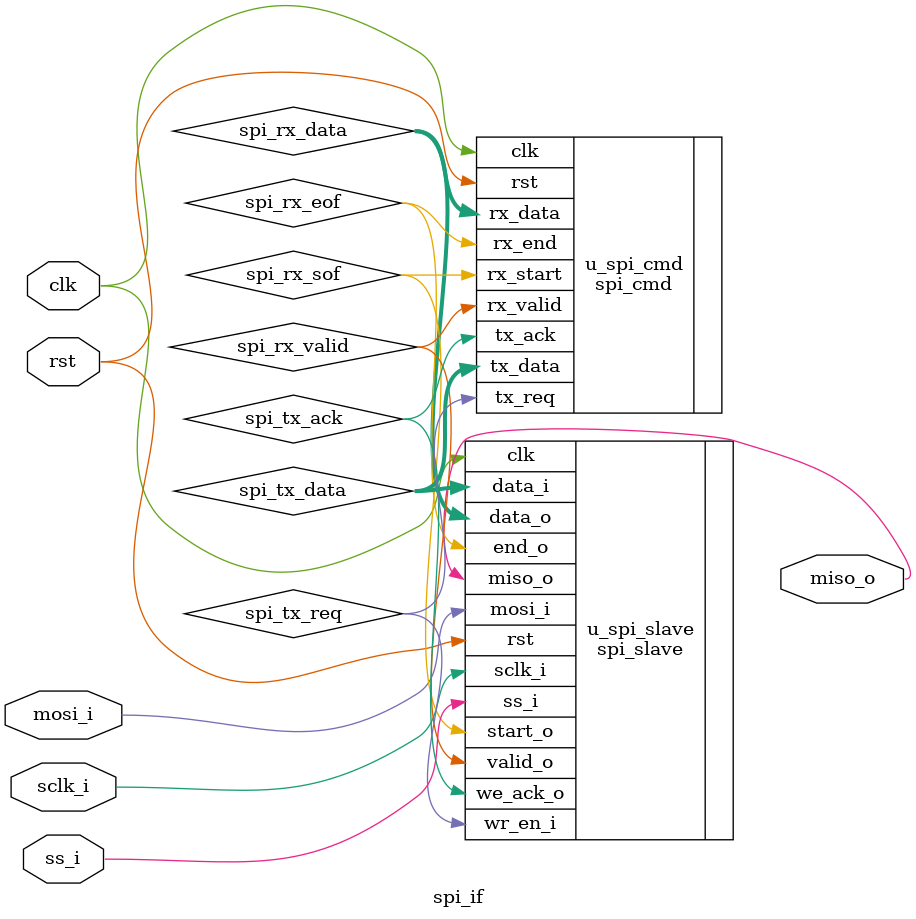
<source format=v>
`timescale 1ns / 1ps
module spi_if #(
    parameter		BUS_DATA_WIDTH              =   8
	 )(
	 input										    rst,
	 input										    clk,
	 
	 input										    ss_i,
	 input										    sclk_i,
	 input										    mosi_i,
	 output										    miso_o
	 );
	 
	 wire											spi_tx_req;
	 wire           [BUS_DATA_WIDTH-1:0]			spi_tx_data;
	 wire											spi_tx_ack;
	 
	 wire											spi_rx_sof;
	 wire											spi_rx_eof;
	 wire											spi_rx_valid;
	 wire           [BUS_DATA_WIDTH-1:0]			spi_rx_data;
	 
spi_slave u_spi_slave
(
	.clk                                            ( clk ),
	.rst                                            ( rst ),
	.data_i                                         ( spi_tx_data ),	
	.wr_en_i                                        ( spi_tx_req ),
	.we_ack_o                                       ( spi_tx_ack ),	
	
	.data_o                                         ( spi_rx_data ),
	.valid_o                                        ( spi_rx_valid ),
	.start_o                                        ( spi_rx_sof ),
	.end_o                                          ( spi_rx_eof ),
		
	.ss_i                                           ( ss_i ),
	.sclk_i                                         ( sclk_i ),
	.mosi_i                                         ( mosi_i ),
	.miso_o                                         ( miso_o )
);
	 
spi_cmd #(
	.BUS_DATA_WIDTH                                 ( BUS_DATA_WIDTH )
	 )
u_spi_cmd
(
	.clk                                            ( clk ),
	.rst                                            ( rst ),
	.rx_data                                        ( spi_rx_data ),
	.rx_valid                                       ( spi_rx_valid ),
	.rx_start                                       ( spi_rx_sof ),
	.rx_end                                         ( spi_rx_eof ),
	
	.tx_ack                                         ( spi_tx_ack ),
	.tx_data                                        ( spi_tx_data ),
	.tx_req                                         ( spi_tx_req )
);
endmodule

</source>
